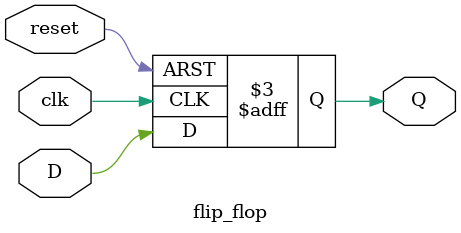
<source format=v>
`timescale 1ns / 1ps


module flip_flop(
    input wire clk,
    input wire reset,
    input wire D,
    output reg Q
    );
    
    always @(posedge clk or posedge reset) begin
        if (reset == 1'b1) begin
            #2 Q = 1'b0;
        end
        else begin
            Q = #3 D;
        end
    end
endmodule

</source>
